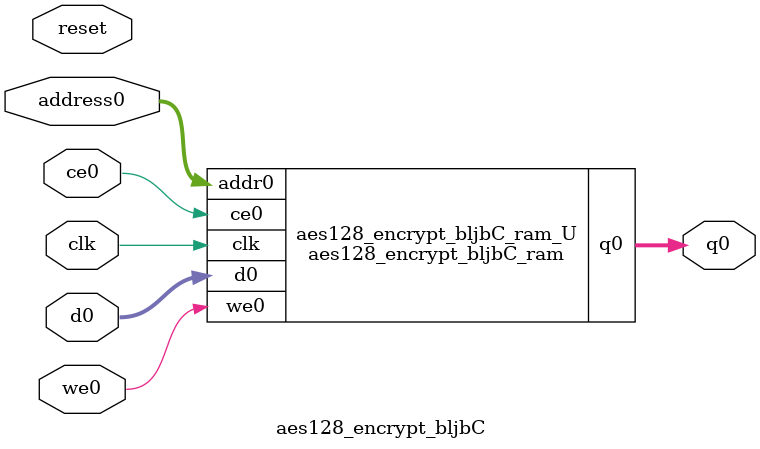
<source format=v>
`timescale 1 ns / 1 ps
module aes128_encrypt_bljbC_ram (addr0, ce0, d0, we0, q0,  clk);

parameter DWIDTH = 8;
parameter AWIDTH = 8;
parameter MEM_SIZE = 176;

input[AWIDTH-1:0] addr0;
input ce0;
input[DWIDTH-1:0] d0;
input we0;
output reg[DWIDTH-1:0] q0;
input clk;

(* ram_style = "block" *)reg [DWIDTH-1:0] ram[0:MEM_SIZE-1];




always @(posedge clk)  
begin 
    if (ce0) 
    begin
        if (we0) 
        begin 
            ram[addr0] <= d0; 
        end 
        q0 <= ram[addr0];
    end
end


endmodule

`timescale 1 ns / 1 ps
module aes128_encrypt_bljbC(
    reset,
    clk,
    address0,
    ce0,
    we0,
    d0,
    q0);

parameter DataWidth = 32'd8;
parameter AddressRange = 32'd176;
parameter AddressWidth = 32'd8;
input reset;
input clk;
input[AddressWidth - 1:0] address0;
input ce0;
input we0;
input[DataWidth - 1:0] d0;
output[DataWidth - 1:0] q0;



aes128_encrypt_bljbC_ram aes128_encrypt_bljbC_ram_U(
    .clk( clk ),
    .addr0( address0 ),
    .ce0( ce0 ),
    .we0( we0 ),
    .d0( d0 ),
    .q0( q0 ));

endmodule


</source>
